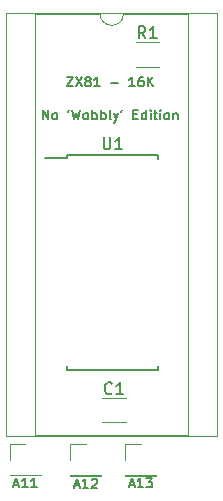
<source format=gbr>
%TF.GenerationSoftware,KiCad,Pcbnew,(5.1.9)-1*%
%TF.CreationDate,2021-05-11T14:20:08+02:00*%
%TF.ProjectId,ZX81 Intern 16K,5a583831-2049-46e7-9465-726e2031364b,rev?*%
%TF.SameCoordinates,Original*%
%TF.FileFunction,Legend,Top*%
%TF.FilePolarity,Positive*%
%FSLAX46Y46*%
G04 Gerber Fmt 4.6, Leading zero omitted, Abs format (unit mm)*
G04 Created by KiCad (PCBNEW (5.1.9)-1) date 2021-05-11 14:20:08*
%MOMM*%
%LPD*%
G01*
G04 APERTURE LIST*
%ADD10C,0.200000*%
%ADD11C,0.120000*%
%ADD12C,0.150000*%
G04 APERTURE END LIST*
D10*
X114613809Y-75641904D02*
X115147142Y-75641904D01*
X114613809Y-76441904D01*
X115147142Y-76441904D01*
X115375714Y-75641904D02*
X115909047Y-76441904D01*
X115909047Y-75641904D02*
X115375714Y-76441904D01*
X116328095Y-75984761D02*
X116251904Y-75946666D01*
X116213809Y-75908571D01*
X116175714Y-75832380D01*
X116175714Y-75794285D01*
X116213809Y-75718095D01*
X116251904Y-75680000D01*
X116328095Y-75641904D01*
X116480476Y-75641904D01*
X116556666Y-75680000D01*
X116594761Y-75718095D01*
X116632857Y-75794285D01*
X116632857Y-75832380D01*
X116594761Y-75908571D01*
X116556666Y-75946666D01*
X116480476Y-75984761D01*
X116328095Y-75984761D01*
X116251904Y-76022857D01*
X116213809Y-76060952D01*
X116175714Y-76137142D01*
X116175714Y-76289523D01*
X116213809Y-76365714D01*
X116251904Y-76403809D01*
X116328095Y-76441904D01*
X116480476Y-76441904D01*
X116556666Y-76403809D01*
X116594761Y-76365714D01*
X116632857Y-76289523D01*
X116632857Y-76137142D01*
X116594761Y-76060952D01*
X116556666Y-76022857D01*
X116480476Y-75984761D01*
X117394761Y-76441904D02*
X116937619Y-76441904D01*
X117166190Y-76441904D02*
X117166190Y-75641904D01*
X117090000Y-75756190D01*
X117013809Y-75832380D01*
X116937619Y-75870476D01*
X118347142Y-76137142D02*
X118956666Y-76137142D01*
X120366190Y-76441904D02*
X119909047Y-76441904D01*
X120137619Y-76441904D02*
X120137619Y-75641904D01*
X120061428Y-75756190D01*
X119985238Y-75832380D01*
X119909047Y-75870476D01*
X121051904Y-75641904D02*
X120899523Y-75641904D01*
X120823333Y-75680000D01*
X120785238Y-75718095D01*
X120709047Y-75832380D01*
X120670952Y-75984761D01*
X120670952Y-76289523D01*
X120709047Y-76365714D01*
X120747142Y-76403809D01*
X120823333Y-76441904D01*
X120975714Y-76441904D01*
X121051904Y-76403809D01*
X121090000Y-76365714D01*
X121128095Y-76289523D01*
X121128095Y-76099047D01*
X121090000Y-76022857D01*
X121051904Y-75984761D01*
X120975714Y-75946666D01*
X120823333Y-75946666D01*
X120747142Y-75984761D01*
X120709047Y-76022857D01*
X120670952Y-76099047D01*
X121470952Y-76441904D02*
X121470952Y-75641904D01*
X121928095Y-76441904D02*
X121585238Y-75984761D01*
X121928095Y-75641904D02*
X121470952Y-76099047D01*
X112594761Y-79241904D02*
X112594761Y-78441904D01*
X113051904Y-79241904D01*
X113051904Y-78441904D01*
X113547142Y-79241904D02*
X113470952Y-79203809D01*
X113432857Y-79165714D01*
X113394761Y-79089523D01*
X113394761Y-78860952D01*
X113432857Y-78784761D01*
X113470952Y-78746666D01*
X113547142Y-78708571D01*
X113661428Y-78708571D01*
X113737619Y-78746666D01*
X113775714Y-78784761D01*
X113813809Y-78860952D01*
X113813809Y-79089523D01*
X113775714Y-79165714D01*
X113737619Y-79203809D01*
X113661428Y-79241904D01*
X113547142Y-79241904D01*
X114804285Y-78441904D02*
X114728095Y-78594285D01*
X115070952Y-78441904D02*
X115261428Y-79241904D01*
X115413809Y-78670476D01*
X115566190Y-79241904D01*
X115756666Y-78441904D01*
X116175714Y-79241904D02*
X116099523Y-79203809D01*
X116061428Y-79165714D01*
X116023333Y-79089523D01*
X116023333Y-78860952D01*
X116061428Y-78784761D01*
X116099523Y-78746666D01*
X116175714Y-78708571D01*
X116290000Y-78708571D01*
X116366190Y-78746666D01*
X116404285Y-78784761D01*
X116442380Y-78860952D01*
X116442380Y-79089523D01*
X116404285Y-79165714D01*
X116366190Y-79203809D01*
X116290000Y-79241904D01*
X116175714Y-79241904D01*
X116785238Y-79241904D02*
X116785238Y-78441904D01*
X116785238Y-78746666D02*
X116861428Y-78708571D01*
X117013809Y-78708571D01*
X117090000Y-78746666D01*
X117128095Y-78784761D01*
X117166190Y-78860952D01*
X117166190Y-79089523D01*
X117128095Y-79165714D01*
X117090000Y-79203809D01*
X117013809Y-79241904D01*
X116861428Y-79241904D01*
X116785238Y-79203809D01*
X117509047Y-79241904D02*
X117509047Y-78441904D01*
X117509047Y-78746666D02*
X117585238Y-78708571D01*
X117737619Y-78708571D01*
X117813809Y-78746666D01*
X117851904Y-78784761D01*
X117890000Y-78860952D01*
X117890000Y-79089523D01*
X117851904Y-79165714D01*
X117813809Y-79203809D01*
X117737619Y-79241904D01*
X117585238Y-79241904D01*
X117509047Y-79203809D01*
X118347142Y-79241904D02*
X118270952Y-79203809D01*
X118232857Y-79127619D01*
X118232857Y-78441904D01*
X118575714Y-78708571D02*
X118766190Y-79241904D01*
X118956666Y-78708571D02*
X118766190Y-79241904D01*
X118690000Y-79432380D01*
X118651904Y-79470476D01*
X118575714Y-79508571D01*
X119299523Y-78441904D02*
X119223333Y-78594285D01*
X120251904Y-78822857D02*
X120518571Y-78822857D01*
X120632857Y-79241904D02*
X120251904Y-79241904D01*
X120251904Y-78441904D01*
X120632857Y-78441904D01*
X121318571Y-79241904D02*
X121318571Y-78441904D01*
X121318571Y-79203809D02*
X121242380Y-79241904D01*
X121090000Y-79241904D01*
X121013809Y-79203809D01*
X120975714Y-79165714D01*
X120937619Y-79089523D01*
X120937619Y-78860952D01*
X120975714Y-78784761D01*
X121013809Y-78746666D01*
X121090000Y-78708571D01*
X121242380Y-78708571D01*
X121318571Y-78746666D01*
X121699523Y-79241904D02*
X121699523Y-78708571D01*
X121699523Y-78441904D02*
X121661428Y-78480000D01*
X121699523Y-78518095D01*
X121737619Y-78480000D01*
X121699523Y-78441904D01*
X121699523Y-78518095D01*
X121966190Y-78708571D02*
X122270952Y-78708571D01*
X122080476Y-78441904D02*
X122080476Y-79127619D01*
X122118571Y-79203809D01*
X122194761Y-79241904D01*
X122270952Y-79241904D01*
X122537619Y-79241904D02*
X122537619Y-78708571D01*
X122537619Y-78441904D02*
X122499523Y-78480000D01*
X122537619Y-78518095D01*
X122575714Y-78480000D01*
X122537619Y-78441904D01*
X122537619Y-78518095D01*
X123032857Y-79241904D02*
X122956666Y-79203809D01*
X122918571Y-79165714D01*
X122880476Y-79089523D01*
X122880476Y-78860952D01*
X122918571Y-78784761D01*
X122956666Y-78746666D01*
X123032857Y-78708571D01*
X123147142Y-78708571D01*
X123223333Y-78746666D01*
X123261428Y-78784761D01*
X123299523Y-78860952D01*
X123299523Y-79089523D01*
X123261428Y-79165714D01*
X123223333Y-79203809D01*
X123147142Y-79241904D01*
X123032857Y-79241904D01*
X123642380Y-78708571D02*
X123642380Y-79241904D01*
X123642380Y-78784761D02*
X123680476Y-78746666D01*
X123756666Y-78708571D01*
X123870952Y-78708571D01*
X123947142Y-78746666D01*
X123985238Y-78822857D01*
X123985238Y-79241904D01*
D11*
%TO.C,REF\u002A\u002A*%
X127365000Y-70212600D02*
X109465000Y-70212600D01*
X127365000Y-106012600D02*
X127365000Y-70212600D01*
X109465000Y-106012600D02*
X127365000Y-106012600D01*
X109465000Y-70212600D02*
X109465000Y-106012600D01*
X124875000Y-70272600D02*
X119415000Y-70272600D01*
X124875000Y-105952600D02*
X124875000Y-70272600D01*
X111955000Y-105952600D02*
X124875000Y-105952600D01*
X111955000Y-70272600D02*
X111955000Y-105952600D01*
X117415000Y-70272600D02*
X111955000Y-70272600D01*
X119415000Y-70272600D02*
G75*
G02*
X117415000Y-70272600I-1000000J0D01*
G01*
%TO.C,C1*%
X119593000Y-102790000D02*
X117593000Y-102790000D01*
X117593000Y-104830000D02*
X119593000Y-104830000D01*
%TO.C,J1*%
X109770000Y-109382000D02*
X112430000Y-109382000D01*
X109770000Y-109322000D02*
X109770000Y-109382000D01*
X112430000Y-109322000D02*
X112430000Y-109382000D01*
X109770000Y-109322000D02*
X112430000Y-109322000D01*
X109770000Y-108052000D02*
X109770000Y-106722000D01*
X109770000Y-106722000D02*
X111100000Y-106722000D01*
%TO.C,J2*%
X119540000Y-106760000D02*
X120870000Y-106760000D01*
X119540000Y-108090000D02*
X119540000Y-106760000D01*
X119540000Y-109360000D02*
X122200000Y-109360000D01*
X122200000Y-109360000D02*
X122200000Y-109420000D01*
X119540000Y-109360000D02*
X119540000Y-109420000D01*
X119540000Y-109420000D02*
X122200000Y-109420000D01*
%TO.C,J3*%
X114880000Y-109420000D02*
X117540000Y-109420000D01*
X114880000Y-109360000D02*
X114880000Y-109420000D01*
X117540000Y-109360000D02*
X117540000Y-109420000D01*
X114880000Y-109360000D02*
X117540000Y-109360000D01*
X114880000Y-108090000D02*
X114880000Y-106760000D01*
X114880000Y-106760000D02*
X116210000Y-106760000D01*
%TO.C,R1*%
X122437000Y-74831600D02*
X120437000Y-74831600D01*
X120437000Y-72691600D02*
X122437000Y-72691600D01*
D12*
%TO.C,U1*%
X114616000Y-82238800D02*
X114616000Y-82488800D01*
X122366000Y-82238800D02*
X122366000Y-82583800D01*
X122366000Y-100488800D02*
X122366000Y-100143800D01*
X114616000Y-100488800D02*
X114616000Y-100143800D01*
X114616000Y-82238800D02*
X122366000Y-82238800D01*
X114616000Y-100488800D02*
X122366000Y-100488800D01*
X114616000Y-82488800D02*
X112791000Y-82488800D01*
%TO.C,C1*%
X118426333Y-102417142D02*
X118378714Y-102464761D01*
X118235857Y-102512380D01*
X118140619Y-102512380D01*
X117997761Y-102464761D01*
X117902523Y-102369523D01*
X117854904Y-102274285D01*
X117807285Y-102083809D01*
X117807285Y-101940952D01*
X117854904Y-101750476D01*
X117902523Y-101655238D01*
X117997761Y-101560000D01*
X118140619Y-101512380D01*
X118235857Y-101512380D01*
X118378714Y-101560000D01*
X118426333Y-101607619D01*
X119378714Y-102512380D02*
X118807285Y-102512380D01*
X119093000Y-102512380D02*
X119093000Y-101512380D01*
X118997761Y-101655238D01*
X118902523Y-101750476D01*
X118807285Y-101798095D01*
%TO.C,J1*%
X110147619Y-110173333D02*
X110528571Y-110173333D01*
X110071428Y-110401904D02*
X110338095Y-109601904D01*
X110604761Y-110401904D01*
X111290476Y-110401904D02*
X110833333Y-110401904D01*
X111061904Y-110401904D02*
X111061904Y-109601904D01*
X110985714Y-109716190D01*
X110909523Y-109792380D01*
X110833333Y-109830476D01*
X112052380Y-110401904D02*
X111595238Y-110401904D01*
X111823809Y-110401904D02*
X111823809Y-109601904D01*
X111747619Y-109716190D01*
X111671428Y-109792380D01*
X111595238Y-109830476D01*
%TO.C,J2*%
X119917619Y-110173333D02*
X120298571Y-110173333D01*
X119841428Y-110401904D02*
X120108095Y-109601904D01*
X120374761Y-110401904D01*
X121060476Y-110401904D02*
X120603333Y-110401904D01*
X120831904Y-110401904D02*
X120831904Y-109601904D01*
X120755714Y-109716190D01*
X120679523Y-109792380D01*
X120603333Y-109830476D01*
X121327142Y-109601904D02*
X121822380Y-109601904D01*
X121555714Y-109906666D01*
X121670000Y-109906666D01*
X121746190Y-109944761D01*
X121784285Y-109982857D01*
X121822380Y-110059047D01*
X121822380Y-110249523D01*
X121784285Y-110325714D01*
X121746190Y-110363809D01*
X121670000Y-110401904D01*
X121441428Y-110401904D01*
X121365238Y-110363809D01*
X121327142Y-110325714D01*
%TO.C,J3*%
X115257619Y-110233333D02*
X115638571Y-110233333D01*
X115181428Y-110461904D02*
X115448095Y-109661904D01*
X115714761Y-110461904D01*
X116400476Y-110461904D02*
X115943333Y-110461904D01*
X116171904Y-110461904D02*
X116171904Y-109661904D01*
X116095714Y-109776190D01*
X116019523Y-109852380D01*
X115943333Y-109890476D01*
X116705238Y-109738095D02*
X116743333Y-109700000D01*
X116819523Y-109661904D01*
X117010000Y-109661904D01*
X117086190Y-109700000D01*
X117124285Y-109738095D01*
X117162380Y-109814285D01*
X117162380Y-109890476D01*
X117124285Y-110004761D01*
X116667142Y-110461904D01*
X117162380Y-110461904D01*
%TO.C,R1*%
X121270333Y-72363980D02*
X120937000Y-71887790D01*
X120698904Y-72363980D02*
X120698904Y-71363980D01*
X121079857Y-71363980D01*
X121175095Y-71411600D01*
X121222714Y-71459219D01*
X121270333Y-71554457D01*
X121270333Y-71697314D01*
X121222714Y-71792552D01*
X121175095Y-71840171D01*
X121079857Y-71887790D01*
X120698904Y-71887790D01*
X122222714Y-72363980D02*
X121651285Y-72363980D01*
X121937000Y-72363980D02*
X121937000Y-71363980D01*
X121841761Y-71506838D01*
X121746523Y-71602076D01*
X121651285Y-71649695D01*
%TO.C,U1*%
X117729095Y-80766180D02*
X117729095Y-81575704D01*
X117776714Y-81670942D01*
X117824333Y-81718561D01*
X117919571Y-81766180D01*
X118110047Y-81766180D01*
X118205285Y-81718561D01*
X118252904Y-81670942D01*
X118300523Y-81575704D01*
X118300523Y-80766180D01*
X119300523Y-81766180D02*
X118729095Y-81766180D01*
X119014809Y-81766180D02*
X119014809Y-80766180D01*
X118919571Y-80909038D01*
X118824333Y-81004276D01*
X118729095Y-81051895D01*
%TD*%
M02*

</source>
